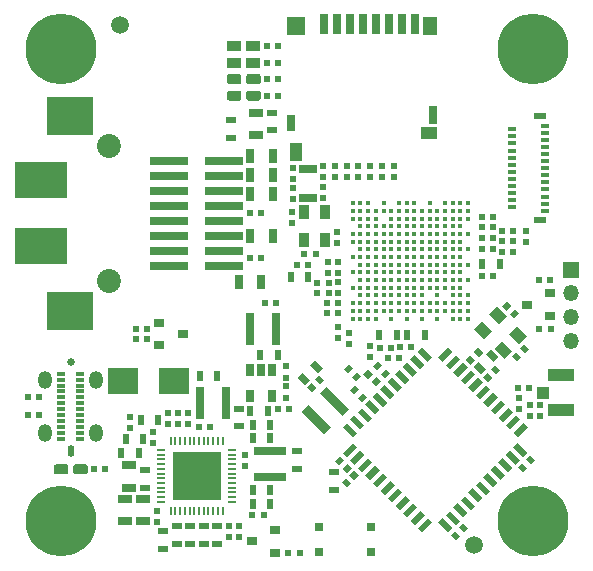
<source format=gts>
G04 #@! TF.GenerationSoftware,KiCad,Pcbnew,5.1.5+dfsg1-2build2*
G04 #@! TF.CreationDate,2021-10-11T18:01:35+02:00*
G04 #@! TF.ProjectId,OtterCam-s3,4f747465-7243-4616-9d2d-73332e6b6963,rev?*
G04 #@! TF.SameCoordinates,Original*
G04 #@! TF.FileFunction,Soldermask,Top*
G04 #@! TF.FilePolarity,Negative*
%FSLAX46Y46*%
G04 Gerber Fmt 4.6, Leading zero omitted, Abs format (unit mm)*
G04 Created by KiCad (PCBNEW 5.1.5+dfsg1-2build2) date 2021-10-11 18:01:35*
%MOMM*%
%LPD*%
G04 APERTURE LIST*
%ADD10R,3.200000X0.700000*%
%ADD11R,4.000000X3.300000*%
%ADD12C,2.030000*%
%ADD13R,4.500000X3.150000*%
%ADD14C,1.520000*%
%ADD15R,0.900000X0.600000*%
%ADD16R,2.200000X1.050000*%
%ADD17R,1.050000X1.000000*%
%ADD18C,0.100000*%
%ADD19C,0.401600*%
%ADD20R,0.500000X0.600000*%
%ADD21R,0.700000X1.300000*%
%ADD22O,1.200000X1.500000*%
%ADD23O,0.580000X1.000000*%
%ADD24C,0.660000*%
%ADD25R,0.800000X0.300000*%
%ADD26C,0.800000*%
%ADD27C,6.000000*%
%ADD28R,0.950000X1.200000*%
%ADD29R,1.500000X0.750000*%
%ADD30R,0.650000X1.060000*%
%ADD31R,0.200000X0.800000*%
%ADD32R,0.800000X0.200000*%
%ADD33R,4.050000X4.050000*%
%ADD34R,0.800000X0.650000*%
%ADD35R,0.600000X0.500000*%
%ADD36R,0.900000X0.800000*%
%ADD37R,0.800000X2.700000*%
%ADD38R,2.700000X0.800000*%
%ADD39R,0.650000X0.300000*%
%ADD40R,1.000000X0.500000*%
%ADD41R,1.000000X1.550000*%
%ADD42R,1.500000X1.500000*%
%ADD43R,0.700000X1.750000*%
%ADD44R,0.800000X1.400000*%
%ADD45R,1.450000X1.000000*%
%ADD46R,0.800000X1.500000*%
%ADD47R,1.300000X1.500000*%
%ADD48O,1.350000X1.350000*%
%ADD49R,1.350000X1.350000*%
%ADD50R,1.300000X0.700000*%
%ADD51R,2.500000X2.300000*%
%ADD52R,1.225000X0.850000*%
%ADD53R,0.600000X0.900000*%
G04 APERTURE END LIST*
D10*
X64150000Y-64455000D03*
X64150000Y-69535000D03*
X64150000Y-72075000D03*
X64150000Y-68265000D03*
X64150000Y-70805000D03*
X64150000Y-65725000D03*
X64150000Y-66995000D03*
X64150000Y-73345000D03*
D11*
X55740000Y-77155000D03*
X55740000Y-60645000D03*
D12*
X59120000Y-63185000D03*
X59120000Y-74615000D03*
D13*
X53300000Y-71725000D03*
X53300000Y-66075000D03*
D10*
X68850000Y-73345000D03*
X68850000Y-72075000D03*
X68850000Y-70805000D03*
X68850000Y-69535000D03*
X68850000Y-64455000D03*
X68850000Y-65725000D03*
X68850000Y-66995000D03*
X68850000Y-68265000D03*
D14*
X90000000Y-97000000D03*
X60000000Y-53000000D03*
D15*
X69400000Y-61050000D03*
X69400000Y-62550000D03*
D16*
X97375000Y-82625000D03*
D17*
X95850000Y-84100000D03*
D16*
X97375000Y-85575000D03*
D18*
G36*
X93239950Y-80555635D02*
G01*
X92568198Y-81227387D01*
X91719670Y-80378859D01*
X92391422Y-79707107D01*
X93239950Y-80555635D01*
G37*
G36*
X91542893Y-78858578D02*
G01*
X90871141Y-79530330D01*
X90022613Y-78681802D01*
X90694365Y-78010050D01*
X91542893Y-78858578D01*
G37*
G36*
X92780330Y-77621141D02*
G01*
X92108578Y-78292893D01*
X91260050Y-77444365D01*
X91931802Y-76772613D01*
X92780330Y-77621141D01*
G37*
G36*
X94477387Y-79318198D02*
G01*
X93805635Y-79989950D01*
X92957107Y-79141422D01*
X93628859Y-78469670D01*
X94477387Y-79318198D01*
G37*
G36*
X93532305Y-80643431D02*
G01*
X93956569Y-81067695D01*
X93603015Y-81421249D01*
X93178751Y-80996985D01*
X93532305Y-80643431D01*
G37*
G36*
X94196985Y-79978751D02*
G01*
X94621249Y-80403015D01*
X94267695Y-80756569D01*
X93843431Y-80332305D01*
X94196985Y-79978751D01*
G37*
G36*
X93106569Y-76732305D02*
G01*
X92682305Y-77156569D01*
X92328751Y-76803015D01*
X92753015Y-76378751D01*
X93106569Y-76732305D01*
G37*
G36*
X93771249Y-77396985D02*
G01*
X93346985Y-77821249D01*
X92993431Y-77467695D01*
X93417695Y-77043431D01*
X93771249Y-77396985D01*
G37*
D19*
X83625000Y-69375000D03*
X84275000Y-74575000D03*
X84275000Y-73275000D03*
X81675000Y-77175000D03*
X84275000Y-71325000D03*
X83625000Y-70025000D03*
X83625000Y-71975000D03*
X83625000Y-76525000D03*
X83625000Y-74575000D03*
X80375000Y-74575000D03*
X79725000Y-69375000D03*
X80375000Y-75225000D03*
X79725000Y-68075000D03*
X80375000Y-70025000D03*
X83625000Y-75875000D03*
X83625000Y-68725000D03*
X82325000Y-73925000D03*
X82975000Y-69375000D03*
X82325000Y-71325000D03*
X82975000Y-73925000D03*
X82325000Y-68725000D03*
X82325000Y-75875000D03*
X82325000Y-74575000D03*
X82325000Y-76525000D03*
X82325000Y-71975000D03*
X82325000Y-70025000D03*
X82975000Y-71325000D03*
X82975000Y-73275000D03*
X82975000Y-74575000D03*
X82325000Y-73275000D03*
X82975000Y-75225000D03*
X82325000Y-68075000D03*
X82975000Y-70025000D03*
X82975000Y-72625000D03*
X82325000Y-77175000D03*
X82975000Y-75875000D03*
X82975000Y-76525000D03*
X82325000Y-75225000D03*
X82975000Y-70675000D03*
X82325000Y-72625000D03*
X84275000Y-73925000D03*
X82975000Y-77175000D03*
X82975000Y-77825000D03*
X82975000Y-68725000D03*
X81675000Y-77825000D03*
X83625000Y-71325000D03*
X79725000Y-73925000D03*
X80375000Y-69375000D03*
X79725000Y-71325000D03*
X80375000Y-73925000D03*
X79725000Y-68725000D03*
X79725000Y-76525000D03*
X80375000Y-71325000D03*
X80375000Y-73275000D03*
X84275000Y-69375000D03*
X82975000Y-71975000D03*
X84275000Y-77825000D03*
X84275000Y-77175000D03*
X84275000Y-68075000D03*
X83625000Y-75225000D03*
X84275000Y-76525000D03*
X84275000Y-75875000D03*
X83625000Y-77175000D03*
X84275000Y-72625000D03*
X84275000Y-70025000D03*
X81025000Y-69375000D03*
X81675000Y-74575000D03*
X81675000Y-73275000D03*
X81675000Y-71325000D03*
X81025000Y-70025000D03*
X81025000Y-71975000D03*
X81025000Y-76525000D03*
X81025000Y-74575000D03*
X81025000Y-75875000D03*
X81025000Y-68725000D03*
X81025000Y-73925000D03*
X81675000Y-75225000D03*
X79725000Y-70675000D03*
X81675000Y-68725000D03*
X81675000Y-70675000D03*
X81675000Y-71975000D03*
X81025000Y-75225000D03*
X81675000Y-76525000D03*
X81675000Y-75875000D03*
X81025000Y-72625000D03*
X81025000Y-68075000D03*
X81025000Y-71325000D03*
X81675000Y-69375000D03*
X81025000Y-77825000D03*
X81025000Y-77175000D03*
X81025000Y-73275000D03*
X83625000Y-68075000D03*
X80375000Y-76525000D03*
X79725000Y-75225000D03*
X80375000Y-70675000D03*
X84275000Y-75225000D03*
X83625000Y-73925000D03*
X83625000Y-70675000D03*
X83625000Y-72625000D03*
X79725000Y-72625000D03*
X81675000Y-73925000D03*
X80375000Y-68075000D03*
X80375000Y-77175000D03*
X84275000Y-71975000D03*
X81025000Y-70675000D03*
X81675000Y-72625000D03*
X80375000Y-72625000D03*
X79725000Y-77175000D03*
X80375000Y-75875000D03*
X80375000Y-71975000D03*
X82325000Y-70675000D03*
X80375000Y-77825000D03*
X79725000Y-77825000D03*
X80375000Y-68725000D03*
X81675000Y-70025000D03*
X84275000Y-68725000D03*
X84275000Y-70675000D03*
X83625000Y-73275000D03*
X86225000Y-69375000D03*
X86875000Y-74575000D03*
X86875000Y-73275000D03*
X86875000Y-71325000D03*
X86225000Y-70025000D03*
X86225000Y-71975000D03*
X86225000Y-76525000D03*
X86225000Y-74575000D03*
X86225000Y-68725000D03*
X84925000Y-73925000D03*
X85575000Y-69375000D03*
X84925000Y-71325000D03*
X85575000Y-73925000D03*
X84925000Y-68725000D03*
X84925000Y-75875000D03*
X84925000Y-74575000D03*
X84925000Y-76525000D03*
X84925000Y-71975000D03*
X84925000Y-70025000D03*
X85575000Y-71325000D03*
X85575000Y-73275000D03*
X85575000Y-74575000D03*
X84925000Y-69375000D03*
X84925000Y-73275000D03*
X85575000Y-75225000D03*
X84925000Y-68075000D03*
X85575000Y-70025000D03*
X85575000Y-72625000D03*
X84925000Y-77175000D03*
X85575000Y-75875000D03*
X85575000Y-76525000D03*
X84925000Y-75225000D03*
X85575000Y-70675000D03*
X84925000Y-72625000D03*
X86875000Y-73925000D03*
X85575000Y-77175000D03*
X85575000Y-77825000D03*
X85575000Y-68725000D03*
X86225000Y-71325000D03*
X86875000Y-69375000D03*
X85575000Y-71975000D03*
X86875000Y-77825000D03*
X86875000Y-77175000D03*
X86225000Y-75225000D03*
X86875000Y-76525000D03*
X86875000Y-75875000D03*
X86225000Y-77175000D03*
X86875000Y-72625000D03*
X86875000Y-70025000D03*
X86225000Y-68075000D03*
X86875000Y-75225000D03*
X86225000Y-73925000D03*
X86225000Y-70675000D03*
X86225000Y-72625000D03*
X86875000Y-71975000D03*
X84925000Y-70675000D03*
X86875000Y-68725000D03*
X86875000Y-70675000D03*
X86225000Y-73275000D03*
X87525000Y-69375000D03*
X88175000Y-74575000D03*
X88175000Y-73275000D03*
X88175000Y-71325000D03*
X87525000Y-70025000D03*
X87525000Y-71975000D03*
X87525000Y-76525000D03*
X87525000Y-74575000D03*
X87525000Y-68725000D03*
X88175000Y-73925000D03*
X87525000Y-71325000D03*
X88175000Y-69375000D03*
X88175000Y-77825000D03*
X88175000Y-77175000D03*
X88175000Y-68075000D03*
X87525000Y-75225000D03*
X88175000Y-76525000D03*
X88175000Y-75875000D03*
X87525000Y-77175000D03*
X88175000Y-72625000D03*
X88175000Y-70025000D03*
X87525000Y-68075000D03*
X88175000Y-75225000D03*
X87525000Y-73925000D03*
X87525000Y-70675000D03*
X87525000Y-72625000D03*
X88175000Y-71975000D03*
X88175000Y-68725000D03*
X88175000Y-70675000D03*
X87525000Y-73275000D03*
X88825000Y-71325000D03*
X88825000Y-70025000D03*
X88825000Y-71975000D03*
X88825000Y-75875000D03*
X88825000Y-68725000D03*
X88825000Y-69375000D03*
X88825000Y-70675000D03*
X88825000Y-73925000D03*
X88825000Y-73275000D03*
X88825000Y-77825000D03*
X88825000Y-68075000D03*
X88825000Y-72625000D03*
X88825000Y-74575000D03*
X88825000Y-76525000D03*
X88825000Y-77175000D03*
X88825000Y-75225000D03*
X89475000Y-68075000D03*
X89475000Y-68725000D03*
X89475000Y-69375000D03*
X89475000Y-70675000D03*
X89475000Y-71975000D03*
X89475000Y-73275000D03*
X89475000Y-74575000D03*
X89475000Y-75875000D03*
X89475000Y-76525000D03*
X89475000Y-77175000D03*
X89475000Y-77825000D03*
D20*
X71970000Y-68900000D03*
X71030000Y-68900000D03*
X71970000Y-72700000D03*
X71030000Y-72700000D03*
D18*
G36*
X71733329Y-58526023D02*
G01*
X71753957Y-58529083D01*
X71774185Y-58534150D01*
X71793820Y-58541176D01*
X71812672Y-58550092D01*
X71830559Y-58560813D01*
X71847309Y-58573235D01*
X71862760Y-58587240D01*
X71876765Y-58602691D01*
X71889187Y-58619441D01*
X71899908Y-58637328D01*
X71908824Y-58656180D01*
X71915850Y-58675815D01*
X71920917Y-58696043D01*
X71923977Y-58716671D01*
X71925000Y-58737500D01*
X71925000Y-59162500D01*
X71923977Y-59183329D01*
X71920917Y-59203957D01*
X71915850Y-59224185D01*
X71908824Y-59243820D01*
X71899908Y-59262672D01*
X71889187Y-59280559D01*
X71876765Y-59297309D01*
X71862760Y-59312760D01*
X71847309Y-59326765D01*
X71830559Y-59339187D01*
X71812672Y-59349908D01*
X71793820Y-59358824D01*
X71774185Y-59365850D01*
X71753957Y-59370917D01*
X71733329Y-59373977D01*
X71712500Y-59375000D01*
X70912500Y-59375000D01*
X70891671Y-59373977D01*
X70871043Y-59370917D01*
X70850815Y-59365850D01*
X70831180Y-59358824D01*
X70812328Y-59349908D01*
X70794441Y-59339187D01*
X70777691Y-59326765D01*
X70762240Y-59312760D01*
X70748235Y-59297309D01*
X70735813Y-59280559D01*
X70725092Y-59262672D01*
X70716176Y-59243820D01*
X70709150Y-59224185D01*
X70704083Y-59203957D01*
X70701023Y-59183329D01*
X70700000Y-59162500D01*
X70700000Y-58737500D01*
X70701023Y-58716671D01*
X70704083Y-58696043D01*
X70709150Y-58675815D01*
X70716176Y-58656180D01*
X70725092Y-58637328D01*
X70735813Y-58619441D01*
X70748235Y-58602691D01*
X70762240Y-58587240D01*
X70777691Y-58573235D01*
X70794441Y-58560813D01*
X70812328Y-58550092D01*
X70831180Y-58541176D01*
X70850815Y-58534150D01*
X70871043Y-58529083D01*
X70891671Y-58526023D01*
X70912500Y-58525000D01*
X71712500Y-58525000D01*
X71733329Y-58526023D01*
G37*
G36*
X70108329Y-58526023D02*
G01*
X70128957Y-58529083D01*
X70149185Y-58534150D01*
X70168820Y-58541176D01*
X70187672Y-58550092D01*
X70205559Y-58560813D01*
X70222309Y-58573235D01*
X70237760Y-58587240D01*
X70251765Y-58602691D01*
X70264187Y-58619441D01*
X70274908Y-58637328D01*
X70283824Y-58656180D01*
X70290850Y-58675815D01*
X70295917Y-58696043D01*
X70298977Y-58716671D01*
X70300000Y-58737500D01*
X70300000Y-59162500D01*
X70298977Y-59183329D01*
X70295917Y-59203957D01*
X70290850Y-59224185D01*
X70283824Y-59243820D01*
X70274908Y-59262672D01*
X70264187Y-59280559D01*
X70251765Y-59297309D01*
X70237760Y-59312760D01*
X70222309Y-59326765D01*
X70205559Y-59339187D01*
X70187672Y-59349908D01*
X70168820Y-59358824D01*
X70149185Y-59365850D01*
X70128957Y-59370917D01*
X70108329Y-59373977D01*
X70087500Y-59375000D01*
X69287500Y-59375000D01*
X69266671Y-59373977D01*
X69246043Y-59370917D01*
X69225815Y-59365850D01*
X69206180Y-59358824D01*
X69187328Y-59349908D01*
X69169441Y-59339187D01*
X69152691Y-59326765D01*
X69137240Y-59312760D01*
X69123235Y-59297309D01*
X69110813Y-59280559D01*
X69100092Y-59262672D01*
X69091176Y-59243820D01*
X69084150Y-59224185D01*
X69079083Y-59203957D01*
X69076023Y-59183329D01*
X69075000Y-59162500D01*
X69075000Y-58737500D01*
X69076023Y-58716671D01*
X69079083Y-58696043D01*
X69084150Y-58675815D01*
X69091176Y-58656180D01*
X69100092Y-58637328D01*
X69110813Y-58619441D01*
X69123235Y-58602691D01*
X69137240Y-58587240D01*
X69152691Y-58573235D01*
X69169441Y-58560813D01*
X69187328Y-58550092D01*
X69206180Y-58541176D01*
X69225815Y-58534150D01*
X69246043Y-58529083D01*
X69266671Y-58526023D01*
X69287500Y-58525000D01*
X70087500Y-58525000D01*
X70108329Y-58526023D01*
G37*
G36*
X71733329Y-57126023D02*
G01*
X71753957Y-57129083D01*
X71774185Y-57134150D01*
X71793820Y-57141176D01*
X71812672Y-57150092D01*
X71830559Y-57160813D01*
X71847309Y-57173235D01*
X71862760Y-57187240D01*
X71876765Y-57202691D01*
X71889187Y-57219441D01*
X71899908Y-57237328D01*
X71908824Y-57256180D01*
X71915850Y-57275815D01*
X71920917Y-57296043D01*
X71923977Y-57316671D01*
X71925000Y-57337500D01*
X71925000Y-57762500D01*
X71923977Y-57783329D01*
X71920917Y-57803957D01*
X71915850Y-57824185D01*
X71908824Y-57843820D01*
X71899908Y-57862672D01*
X71889187Y-57880559D01*
X71876765Y-57897309D01*
X71862760Y-57912760D01*
X71847309Y-57926765D01*
X71830559Y-57939187D01*
X71812672Y-57949908D01*
X71793820Y-57958824D01*
X71774185Y-57965850D01*
X71753957Y-57970917D01*
X71733329Y-57973977D01*
X71712500Y-57975000D01*
X70912500Y-57975000D01*
X70891671Y-57973977D01*
X70871043Y-57970917D01*
X70850815Y-57965850D01*
X70831180Y-57958824D01*
X70812328Y-57949908D01*
X70794441Y-57939187D01*
X70777691Y-57926765D01*
X70762240Y-57912760D01*
X70748235Y-57897309D01*
X70735813Y-57880559D01*
X70725092Y-57862672D01*
X70716176Y-57843820D01*
X70709150Y-57824185D01*
X70704083Y-57803957D01*
X70701023Y-57783329D01*
X70700000Y-57762500D01*
X70700000Y-57337500D01*
X70701023Y-57316671D01*
X70704083Y-57296043D01*
X70709150Y-57275815D01*
X70716176Y-57256180D01*
X70725092Y-57237328D01*
X70735813Y-57219441D01*
X70748235Y-57202691D01*
X70762240Y-57187240D01*
X70777691Y-57173235D01*
X70794441Y-57160813D01*
X70812328Y-57150092D01*
X70831180Y-57141176D01*
X70850815Y-57134150D01*
X70871043Y-57129083D01*
X70891671Y-57126023D01*
X70912500Y-57125000D01*
X71712500Y-57125000D01*
X71733329Y-57126023D01*
G37*
G36*
X70108329Y-57126023D02*
G01*
X70128957Y-57129083D01*
X70149185Y-57134150D01*
X70168820Y-57141176D01*
X70187672Y-57150092D01*
X70205559Y-57160813D01*
X70222309Y-57173235D01*
X70237760Y-57187240D01*
X70251765Y-57202691D01*
X70264187Y-57219441D01*
X70274908Y-57237328D01*
X70283824Y-57256180D01*
X70290850Y-57275815D01*
X70295917Y-57296043D01*
X70298977Y-57316671D01*
X70300000Y-57337500D01*
X70300000Y-57762500D01*
X70298977Y-57783329D01*
X70295917Y-57803957D01*
X70290850Y-57824185D01*
X70283824Y-57843820D01*
X70274908Y-57862672D01*
X70264187Y-57880559D01*
X70251765Y-57897309D01*
X70237760Y-57912760D01*
X70222309Y-57926765D01*
X70205559Y-57939187D01*
X70187672Y-57949908D01*
X70168820Y-57958824D01*
X70149185Y-57965850D01*
X70128957Y-57970917D01*
X70108329Y-57973977D01*
X70087500Y-57975000D01*
X69287500Y-57975000D01*
X69266671Y-57973977D01*
X69246043Y-57970917D01*
X69225815Y-57965850D01*
X69206180Y-57958824D01*
X69187328Y-57949908D01*
X69169441Y-57939187D01*
X69152691Y-57926765D01*
X69137240Y-57912760D01*
X69123235Y-57897309D01*
X69110813Y-57880559D01*
X69100092Y-57862672D01*
X69091176Y-57843820D01*
X69084150Y-57824185D01*
X69079083Y-57803957D01*
X69076023Y-57783329D01*
X69075000Y-57762500D01*
X69075000Y-57337500D01*
X69076023Y-57316671D01*
X69079083Y-57296043D01*
X69084150Y-57275815D01*
X69091176Y-57256180D01*
X69100092Y-57237328D01*
X69110813Y-57219441D01*
X69123235Y-57202691D01*
X69137240Y-57187240D01*
X69152691Y-57173235D01*
X69169441Y-57160813D01*
X69187328Y-57150092D01*
X69206180Y-57141176D01*
X69225815Y-57134150D01*
X69246043Y-57129083D01*
X69266671Y-57126023D01*
X69287500Y-57125000D01*
X70087500Y-57125000D01*
X70108329Y-57126023D01*
G37*
D21*
X70050000Y-74700000D03*
X71950000Y-74700000D03*
X71050000Y-65700000D03*
X72950000Y-65700000D03*
X71050000Y-64100000D03*
X72950000Y-64100000D03*
X71050000Y-67300000D03*
X72950000Y-67300000D03*
X71050000Y-70800000D03*
X72950000Y-70800000D03*
D22*
X53700000Y-83000000D03*
X58000000Y-87500000D03*
X53700000Y-87500000D03*
D23*
X55850000Y-89000000D03*
D24*
X55850000Y-81500000D03*
D22*
X58000000Y-83000000D03*
D25*
X55050000Y-87000000D03*
X55050000Y-87500000D03*
X55050000Y-88000000D03*
X55050000Y-86500000D03*
X56650000Y-87000000D03*
X56650000Y-87500000D03*
X56650000Y-88000000D03*
X56650000Y-86500000D03*
X55050000Y-83000000D03*
X55050000Y-83500000D03*
X55050000Y-84000000D03*
X55050000Y-82500000D03*
X56650000Y-83000000D03*
X56650000Y-83500000D03*
X56650000Y-84000000D03*
X56650000Y-82500000D03*
X55050000Y-86000000D03*
X56650000Y-86000000D03*
X55050000Y-85500000D03*
X55050000Y-85000000D03*
X55050000Y-84500000D03*
X56650000Y-85500000D03*
X56650000Y-85000000D03*
X56650000Y-84500000D03*
D26*
X96590990Y-96590990D03*
X95000000Y-97250000D03*
X93409010Y-96590990D03*
X92750000Y-95000000D03*
X93409010Y-93409010D03*
X95000000Y-92750000D03*
X96590990Y-93409010D03*
X97250000Y-95000000D03*
D27*
X95000000Y-95000000D03*
D26*
X96590990Y-56590990D03*
X95000000Y-57250000D03*
X93409010Y-56590990D03*
X92750000Y-55000000D03*
X93409010Y-53409010D03*
X95000000Y-52750000D03*
X96590990Y-53409010D03*
X97250000Y-55000000D03*
D27*
X95000000Y-55000000D03*
D26*
X56590990Y-96590990D03*
X55000000Y-97250000D03*
X53409010Y-96590990D03*
X52750000Y-95000000D03*
X53409010Y-93409010D03*
X55000000Y-92750000D03*
X56590990Y-93409010D03*
X57250000Y-95000000D03*
D27*
X55000000Y-95000000D03*
D26*
X56590990Y-56590990D03*
X55000000Y-57250000D03*
X53409010Y-56590990D03*
X52750000Y-55000000D03*
X53409010Y-53409010D03*
X55000000Y-52750000D03*
X56590990Y-53409010D03*
X57250000Y-55000000D03*
D27*
X55000000Y-55000000D03*
D28*
X75625000Y-71200000D03*
X75625000Y-68800000D03*
X77375000Y-68800000D03*
X77375000Y-71200000D03*
D29*
X75900000Y-67600000D03*
X75900000Y-65200000D03*
D18*
G36*
X82687169Y-93024999D02*
G01*
X83535697Y-92176471D01*
X83896321Y-92537095D01*
X83047793Y-93385623D01*
X82687169Y-93024999D01*
G37*
G36*
X80777981Y-91115811D02*
G01*
X81626509Y-90267283D01*
X81987133Y-90627907D01*
X81138605Y-91476435D01*
X80777981Y-91115811D01*
G37*
G36*
X85232754Y-95570583D02*
G01*
X86081282Y-94722055D01*
X86441906Y-95082679D01*
X85593378Y-95931207D01*
X85232754Y-95570583D01*
G37*
G36*
X84596358Y-94934187D02*
G01*
X85444886Y-94085659D01*
X85805510Y-94446283D01*
X84956982Y-95294811D01*
X84596358Y-94934187D01*
G37*
G36*
X80141585Y-90479414D02*
G01*
X80990113Y-89630886D01*
X81350737Y-89991510D01*
X80502209Y-90840038D01*
X80141585Y-90479414D01*
G37*
G36*
X81414377Y-91752207D02*
G01*
X82262905Y-90903679D01*
X82623529Y-91264303D01*
X81775001Y-92112831D01*
X81414377Y-91752207D01*
G37*
G36*
X82050773Y-92388603D02*
G01*
X82899301Y-91540075D01*
X83259925Y-91900699D01*
X82411397Y-92749227D01*
X82050773Y-92388603D01*
G37*
G36*
X83323565Y-93661395D02*
G01*
X84172093Y-92812867D01*
X84532717Y-93173491D01*
X83684189Y-94022019D01*
X83323565Y-93661395D01*
G37*
G36*
X79505189Y-89843018D02*
G01*
X80353717Y-88994490D01*
X80714341Y-89355114D01*
X79865813Y-90203642D01*
X79505189Y-89843018D01*
G37*
G36*
X83959962Y-94297791D02*
G01*
X84808490Y-93449263D01*
X85169114Y-93809887D01*
X84320586Y-94658415D01*
X83959962Y-94297791D01*
G37*
G36*
X78868793Y-89206622D02*
G01*
X79717321Y-88358094D01*
X80077945Y-88718718D01*
X79229417Y-89567246D01*
X78868793Y-89206622D01*
G37*
G36*
X90776471Y-84935697D02*
G01*
X91624999Y-84087169D01*
X91985623Y-84447793D01*
X91137095Y-85296321D01*
X90776471Y-84935697D01*
G37*
G36*
X88867283Y-83026509D02*
G01*
X89715811Y-82177981D01*
X90076435Y-82538605D01*
X89227907Y-83387133D01*
X88867283Y-83026509D01*
G37*
G36*
X93322055Y-87481282D02*
G01*
X94170583Y-86632754D01*
X94531207Y-86993378D01*
X93682679Y-87841906D01*
X93322055Y-87481282D01*
G37*
G36*
X92685659Y-86844886D02*
G01*
X93534187Y-85996358D01*
X93894811Y-86356982D01*
X93046283Y-87205510D01*
X92685659Y-86844886D01*
G37*
G36*
X88230886Y-82390113D02*
G01*
X89079414Y-81541585D01*
X89440038Y-81902209D01*
X88591510Y-82750737D01*
X88230886Y-82390113D01*
G37*
G36*
X89503679Y-83662905D02*
G01*
X90352207Y-82814377D01*
X90712831Y-83175001D01*
X89864303Y-84023529D01*
X89503679Y-83662905D01*
G37*
G36*
X90140075Y-84299301D02*
G01*
X90988603Y-83450773D01*
X91349227Y-83811397D01*
X90500699Y-84659925D01*
X90140075Y-84299301D01*
G37*
G36*
X91412867Y-85572093D02*
G01*
X92261395Y-84723565D01*
X92622019Y-85084189D01*
X91773491Y-85932717D01*
X91412867Y-85572093D01*
G37*
G36*
X87594490Y-81753717D02*
G01*
X88443018Y-80905189D01*
X88803642Y-81265813D01*
X87955114Y-82114341D01*
X87594490Y-81753717D01*
G37*
G36*
X92049263Y-86208490D02*
G01*
X92897791Y-85359962D01*
X93258415Y-85720586D01*
X92409887Y-86569114D01*
X92049263Y-86208490D01*
G37*
G36*
X86958094Y-81117321D02*
G01*
X87806622Y-80268793D01*
X88167246Y-80629417D01*
X87318718Y-81477945D01*
X86958094Y-81117321D01*
G37*
G36*
X81775001Y-84087169D02*
G01*
X82623529Y-84935697D01*
X82262905Y-85296321D01*
X81414377Y-84447793D01*
X81775001Y-84087169D01*
G37*
G36*
X83684189Y-82177981D02*
G01*
X84532717Y-83026509D01*
X84172093Y-83387133D01*
X83323565Y-82538605D01*
X83684189Y-82177981D01*
G37*
G36*
X79229417Y-86632754D02*
G01*
X80077945Y-87481282D01*
X79717321Y-87841906D01*
X78868793Y-86993378D01*
X79229417Y-86632754D01*
G37*
G36*
X79865813Y-85996358D02*
G01*
X80714341Y-86844886D01*
X80353717Y-87205510D01*
X79505189Y-86356982D01*
X79865813Y-85996358D01*
G37*
G36*
X84320586Y-81541585D02*
G01*
X85169114Y-82390113D01*
X84808490Y-82750737D01*
X83959962Y-81902209D01*
X84320586Y-81541585D01*
G37*
G36*
X83047793Y-82814377D02*
G01*
X83896321Y-83662905D01*
X83535697Y-84023529D01*
X82687169Y-83175001D01*
X83047793Y-82814377D01*
G37*
G36*
X82411397Y-83450773D02*
G01*
X83259925Y-84299301D01*
X82899301Y-84659925D01*
X82050773Y-83811397D01*
X82411397Y-83450773D01*
G37*
G36*
X81138605Y-84723565D02*
G01*
X81987133Y-85572093D01*
X81626509Y-85932717D01*
X80777981Y-85084189D01*
X81138605Y-84723565D01*
G37*
G36*
X84956982Y-80905189D02*
G01*
X85805510Y-81753717D01*
X85444886Y-82114341D01*
X84596358Y-81265813D01*
X84956982Y-80905189D01*
G37*
G36*
X80502209Y-85359962D02*
G01*
X81350737Y-86208490D01*
X80990113Y-86569114D01*
X80141585Y-85720586D01*
X80502209Y-85359962D01*
G37*
G36*
X85593378Y-80268793D02*
G01*
X86441906Y-81117321D01*
X86081282Y-81477945D01*
X85232754Y-80629417D01*
X85593378Y-80268793D01*
G37*
G36*
X87955114Y-94085659D02*
G01*
X88803642Y-94934187D01*
X88443018Y-95294811D01*
X87594490Y-94446283D01*
X87955114Y-94085659D01*
G37*
G36*
X88591510Y-93449263D02*
G01*
X89440038Y-94297791D01*
X89079414Y-94658415D01*
X88230886Y-93809887D01*
X88591510Y-93449263D01*
G37*
G36*
X89227907Y-92812867D02*
G01*
X90076435Y-93661395D01*
X89715811Y-94022019D01*
X88867283Y-93173491D01*
X89227907Y-92812867D01*
G37*
G36*
X89864303Y-92176471D02*
G01*
X90712831Y-93024999D01*
X90352207Y-93385623D01*
X89503679Y-92537095D01*
X89864303Y-92176471D01*
G37*
G36*
X90500699Y-91540075D02*
G01*
X91349227Y-92388603D01*
X90988603Y-92749227D01*
X90140075Y-91900699D01*
X90500699Y-91540075D01*
G37*
G36*
X91137095Y-90903679D02*
G01*
X91985623Y-91752207D01*
X91624999Y-92112831D01*
X90776471Y-91264303D01*
X91137095Y-90903679D01*
G37*
G36*
X91773491Y-90267283D02*
G01*
X92622019Y-91115811D01*
X92261395Y-91476435D01*
X91412867Y-90627907D01*
X91773491Y-90267283D01*
G37*
G36*
X92409887Y-89630886D02*
G01*
X93258415Y-90479414D01*
X92897791Y-90840038D01*
X92049263Y-89991510D01*
X92409887Y-89630886D01*
G37*
G36*
X93046283Y-88994490D02*
G01*
X93894811Y-89843018D01*
X93534187Y-90203642D01*
X92685659Y-89355114D01*
X93046283Y-88994490D01*
G37*
G36*
X87318718Y-94722055D02*
G01*
X88167246Y-95570583D01*
X87806622Y-95931207D01*
X86958094Y-95082679D01*
X87318718Y-94722055D01*
G37*
G36*
X93682679Y-88358094D02*
G01*
X94531207Y-89206622D01*
X94170583Y-89567246D01*
X93322055Y-88718718D01*
X93682679Y-88358094D01*
G37*
D30*
X72900000Y-84400000D03*
X71000000Y-84400000D03*
X71000000Y-82200000D03*
X71950000Y-82200000D03*
X72900000Y-82200000D03*
D31*
X68700000Y-94125000D03*
X68300000Y-94125000D03*
X67900000Y-94125000D03*
X67500000Y-94125000D03*
X67100000Y-94125000D03*
X66700000Y-94125000D03*
X66300000Y-94125000D03*
X65900000Y-94125000D03*
X65500000Y-94125000D03*
X65100000Y-94125000D03*
X64700000Y-94125000D03*
X64300000Y-94125000D03*
D32*
X63525000Y-93350000D03*
X63525000Y-92950000D03*
X63525000Y-92550000D03*
X63525000Y-92150000D03*
X63525000Y-91750000D03*
X63525000Y-91350000D03*
X63525000Y-90950000D03*
X63525000Y-90550000D03*
X63525000Y-90150000D03*
X63525000Y-89750000D03*
X63525000Y-89350000D03*
X63525000Y-88950000D03*
D31*
X64300000Y-88175000D03*
X64700000Y-88175000D03*
X65100000Y-88175000D03*
X65500000Y-88175000D03*
X65900000Y-88175000D03*
X66300000Y-88175000D03*
X66700000Y-88175000D03*
X67100000Y-88175000D03*
X67500000Y-88175000D03*
X67900000Y-88175000D03*
X68300000Y-88175000D03*
X68700000Y-88175000D03*
D32*
X69475000Y-88950000D03*
X69475000Y-89350000D03*
X69475000Y-89750000D03*
X69475000Y-90150000D03*
X69475000Y-90550000D03*
X69475000Y-90950000D03*
X69475000Y-91350000D03*
X69475000Y-91750000D03*
X69475000Y-92150000D03*
X69475000Y-92550000D03*
X69475000Y-92950000D03*
X69475000Y-93350000D03*
D33*
X66500000Y-91150000D03*
D34*
X81250000Y-97625000D03*
X76850000Y-97625000D03*
X81250000Y-95475000D03*
X76850000Y-95475000D03*
D20*
X73370000Y-58950000D03*
X72430000Y-58950000D03*
X73370000Y-57550000D03*
X72430000Y-57550000D03*
D35*
X77600000Y-73030000D03*
X77600000Y-73970000D03*
X78400000Y-71470000D03*
X78400000Y-70530000D03*
X77172792Y-67620000D03*
X77172792Y-66680000D03*
D20*
X91570000Y-70100000D03*
X90630000Y-70100000D03*
X91570000Y-69200000D03*
X90630000Y-69200000D03*
D35*
X78500000Y-79470000D03*
X78500000Y-78530000D03*
D20*
X91570000Y-71900000D03*
X90630000Y-71900000D03*
X92330000Y-72200000D03*
X93270000Y-72200000D03*
X77530000Y-77400000D03*
X78470000Y-77400000D03*
D18*
G36*
X79867695Y-91456569D02*
G01*
X79443431Y-91032305D01*
X79796985Y-90678751D01*
X80221249Y-91103015D01*
X79867695Y-91456569D01*
G37*
G36*
X79203015Y-92121249D02*
G01*
X78778751Y-91696985D01*
X79132305Y-91343431D01*
X79556569Y-91767695D01*
X79203015Y-92121249D01*
G37*
G36*
X91132305Y-82443431D02*
G01*
X91556569Y-82867695D01*
X91203015Y-83221249D01*
X90778751Y-82796985D01*
X91132305Y-82443431D01*
G37*
G36*
X91796985Y-81778751D02*
G01*
X92221249Y-82203015D01*
X91867695Y-82556569D01*
X91443431Y-82132305D01*
X91796985Y-81778751D01*
G37*
G36*
X94082305Y-90043431D02*
G01*
X94506569Y-90467695D01*
X94153015Y-90821249D01*
X93728751Y-90396985D01*
X94082305Y-90043431D01*
G37*
G36*
X94746985Y-89378751D02*
G01*
X95171249Y-89803015D01*
X94817695Y-90156569D01*
X94393431Y-89732305D01*
X94746985Y-89378751D01*
G37*
G36*
X81293431Y-83217695D02*
G01*
X81717695Y-82793431D01*
X82071249Y-83146985D01*
X81646985Y-83571249D01*
X81293431Y-83217695D01*
G37*
G36*
X80628751Y-82553015D02*
G01*
X81053015Y-82128751D01*
X81406569Y-82482305D01*
X80982305Y-82906569D01*
X80628751Y-82553015D01*
G37*
D20*
X82970000Y-80300000D03*
X82030000Y-80300000D03*
D18*
G36*
X82093431Y-82517695D02*
G01*
X82517695Y-82093431D01*
X82871249Y-82446985D01*
X82446985Y-82871249D01*
X82093431Y-82517695D01*
G37*
G36*
X81428751Y-81853015D02*
G01*
X81853015Y-81428751D01*
X82206569Y-81782305D01*
X81782305Y-82206569D01*
X81428751Y-81853015D01*
G37*
G36*
X79643431Y-82767695D02*
G01*
X80067695Y-82343431D01*
X80421249Y-82696985D01*
X79996985Y-83121249D01*
X79643431Y-82767695D01*
G37*
G36*
X78978751Y-82103015D02*
G01*
X79403015Y-81678751D01*
X79756569Y-82032305D01*
X79332305Y-82456569D01*
X78978751Y-82103015D01*
G37*
G36*
X80143431Y-84567695D02*
G01*
X80567695Y-84143431D01*
X80921249Y-84496985D01*
X80496985Y-84921249D01*
X80143431Y-84567695D01*
G37*
G36*
X79478751Y-83903015D02*
G01*
X79903015Y-83478751D01*
X80256569Y-83832305D01*
X79832305Y-84256569D01*
X79478751Y-83903015D01*
G37*
D20*
X83670000Y-81200000D03*
X82730000Y-81200000D03*
D35*
X81200000Y-81070000D03*
X81200000Y-80130000D03*
X79400000Y-79080000D03*
X79400000Y-80020000D03*
X78500000Y-73970000D03*
X78500000Y-73030000D03*
D20*
X73380000Y-85500000D03*
X74320000Y-85500000D03*
D35*
X74050000Y-84520000D03*
X74050000Y-83580000D03*
X74050000Y-82820000D03*
X74050000Y-81880000D03*
X62850000Y-87410000D03*
X62850000Y-88350000D03*
D20*
X52230000Y-86000000D03*
X53170000Y-86000000D03*
X52230000Y-84500000D03*
X53170000Y-84500000D03*
X62270000Y-78750000D03*
X61330000Y-78750000D03*
X62270000Y-79600000D03*
X61330000Y-79600000D03*
X58770000Y-90600000D03*
X57830000Y-90600000D03*
D35*
X70100000Y-96320000D03*
X70100000Y-95380000D03*
D20*
X72170000Y-94500000D03*
X71230000Y-94500000D03*
X75220000Y-97650000D03*
X74280000Y-97650000D03*
D35*
X64100000Y-85830000D03*
X64100000Y-86770000D03*
X63150000Y-95070000D03*
X63150000Y-94130000D03*
D20*
X72430000Y-56150000D03*
X73370000Y-56150000D03*
X72430000Y-54750000D03*
X73370000Y-54750000D03*
D35*
X77200000Y-65870000D03*
X77200000Y-64930000D03*
X78200000Y-65870000D03*
X78200000Y-64930000D03*
X79200000Y-65870000D03*
X79200000Y-64930000D03*
X80200000Y-65870000D03*
X80200000Y-64930000D03*
X81200000Y-65870000D03*
X81200000Y-64930000D03*
X82200000Y-65870000D03*
X82200000Y-64930000D03*
X83200000Y-65870000D03*
X83200000Y-64930000D03*
X94400000Y-70380000D03*
X94400000Y-71320000D03*
D20*
X95530000Y-78750000D03*
X96470000Y-78750000D03*
X95480000Y-74550000D03*
X96420000Y-74550000D03*
D18*
G36*
X88382305Y-95793431D02*
G01*
X88806569Y-96217695D01*
X88453015Y-96571249D01*
X88028751Y-96146985D01*
X88382305Y-95793431D01*
G37*
G36*
X89046985Y-95128751D02*
G01*
X89471249Y-95553015D01*
X89117695Y-95906569D01*
X88693431Y-95482305D01*
X89046985Y-95128751D01*
G37*
D36*
X71150000Y-96700000D03*
X73150000Y-95750000D03*
X73150000Y-97650000D03*
D18*
G36*
X78849568Y-86059620D02*
G01*
X76940380Y-84150432D01*
X77506066Y-83584746D01*
X79415254Y-85493934D01*
X78849568Y-86059620D01*
G37*
G36*
X77293934Y-87615254D02*
G01*
X75384746Y-85706066D01*
X75950432Y-85140380D01*
X77859620Y-87049568D01*
X77293934Y-87615254D01*
G37*
D20*
X93730000Y-83700000D03*
X94670000Y-83700000D03*
D37*
X73200000Y-78700000D03*
X71000000Y-78700000D03*
X66750000Y-84950000D03*
X68950000Y-84950000D03*
D38*
X72700000Y-89050000D03*
X72700000Y-91250000D03*
D39*
X96000000Y-65700000D03*
X96000000Y-65100000D03*
X96000000Y-66300000D03*
X96000000Y-66900000D03*
X96000000Y-67500000D03*
X96000000Y-68100000D03*
X96000000Y-68700000D03*
X96000000Y-61500000D03*
X96000000Y-62100000D03*
X96000000Y-63300000D03*
X96000000Y-64500000D03*
X96000000Y-63900000D03*
X96000000Y-62700000D03*
X93200000Y-64800000D03*
X93200000Y-64200000D03*
X93200000Y-65400000D03*
X93200000Y-67200000D03*
X93200000Y-63000000D03*
X93200000Y-67800000D03*
X93200000Y-66600000D03*
X93200000Y-68400000D03*
X93200000Y-61800000D03*
X93200000Y-66000000D03*
X93200000Y-62400000D03*
X93200000Y-63600000D03*
D40*
X95600000Y-60700000D03*
X95600000Y-69500000D03*
D41*
X74925000Y-63700000D03*
D42*
X74875000Y-53025000D03*
D43*
X77325000Y-52900000D03*
X78425000Y-52900000D03*
X79525000Y-52900000D03*
X80625000Y-52900000D03*
X81725000Y-52900000D03*
X82825000Y-52900000D03*
X83925000Y-52900000D03*
D44*
X74525000Y-61275000D03*
D45*
X86150000Y-62125000D03*
D46*
X86475000Y-60625000D03*
D47*
X86225000Y-53025000D03*
D43*
X85025000Y-52900000D03*
D48*
X98200000Y-79700000D03*
X98200000Y-77700000D03*
X98200000Y-75700000D03*
D49*
X98200000Y-73700000D03*
D50*
X71550000Y-60400000D03*
X71550000Y-62300000D03*
D36*
X65350000Y-79150000D03*
X63350000Y-80100000D03*
X63350000Y-78200000D03*
D18*
G36*
X57083329Y-90176023D02*
G01*
X57103957Y-90179083D01*
X57124185Y-90184150D01*
X57143820Y-90191176D01*
X57162672Y-90200092D01*
X57180559Y-90210813D01*
X57197309Y-90223235D01*
X57212760Y-90237240D01*
X57226765Y-90252691D01*
X57239187Y-90269441D01*
X57249908Y-90287328D01*
X57258824Y-90306180D01*
X57265850Y-90325815D01*
X57270917Y-90346043D01*
X57273977Y-90366671D01*
X57275000Y-90387500D01*
X57275000Y-90812500D01*
X57273977Y-90833329D01*
X57270917Y-90853957D01*
X57265850Y-90874185D01*
X57258824Y-90893820D01*
X57249908Y-90912672D01*
X57239187Y-90930559D01*
X57226765Y-90947309D01*
X57212760Y-90962760D01*
X57197309Y-90976765D01*
X57180559Y-90989187D01*
X57162672Y-90999908D01*
X57143820Y-91008824D01*
X57124185Y-91015850D01*
X57103957Y-91020917D01*
X57083329Y-91023977D01*
X57062500Y-91025000D01*
X56262500Y-91025000D01*
X56241671Y-91023977D01*
X56221043Y-91020917D01*
X56200815Y-91015850D01*
X56181180Y-91008824D01*
X56162328Y-90999908D01*
X56144441Y-90989187D01*
X56127691Y-90976765D01*
X56112240Y-90962760D01*
X56098235Y-90947309D01*
X56085813Y-90930559D01*
X56075092Y-90912672D01*
X56066176Y-90893820D01*
X56059150Y-90874185D01*
X56054083Y-90853957D01*
X56051023Y-90833329D01*
X56050000Y-90812500D01*
X56050000Y-90387500D01*
X56051023Y-90366671D01*
X56054083Y-90346043D01*
X56059150Y-90325815D01*
X56066176Y-90306180D01*
X56075092Y-90287328D01*
X56085813Y-90269441D01*
X56098235Y-90252691D01*
X56112240Y-90237240D01*
X56127691Y-90223235D01*
X56144441Y-90210813D01*
X56162328Y-90200092D01*
X56181180Y-90191176D01*
X56200815Y-90184150D01*
X56221043Y-90179083D01*
X56241671Y-90176023D01*
X56262500Y-90175000D01*
X57062500Y-90175000D01*
X57083329Y-90176023D01*
G37*
G36*
X55458329Y-90176023D02*
G01*
X55478957Y-90179083D01*
X55499185Y-90184150D01*
X55518820Y-90191176D01*
X55537672Y-90200092D01*
X55555559Y-90210813D01*
X55572309Y-90223235D01*
X55587760Y-90237240D01*
X55601765Y-90252691D01*
X55614187Y-90269441D01*
X55624908Y-90287328D01*
X55633824Y-90306180D01*
X55640850Y-90325815D01*
X55645917Y-90346043D01*
X55648977Y-90366671D01*
X55650000Y-90387500D01*
X55650000Y-90812500D01*
X55648977Y-90833329D01*
X55645917Y-90853957D01*
X55640850Y-90874185D01*
X55633824Y-90893820D01*
X55624908Y-90912672D01*
X55614187Y-90930559D01*
X55601765Y-90947309D01*
X55587760Y-90962760D01*
X55572309Y-90976765D01*
X55555559Y-90989187D01*
X55537672Y-90999908D01*
X55518820Y-91008824D01*
X55499185Y-91015850D01*
X55478957Y-91020917D01*
X55458329Y-91023977D01*
X55437500Y-91025000D01*
X54637500Y-91025000D01*
X54616671Y-91023977D01*
X54596043Y-91020917D01*
X54575815Y-91015850D01*
X54556180Y-91008824D01*
X54537328Y-90999908D01*
X54519441Y-90989187D01*
X54502691Y-90976765D01*
X54487240Y-90962760D01*
X54473235Y-90947309D01*
X54460813Y-90930559D01*
X54450092Y-90912672D01*
X54441176Y-90893820D01*
X54434150Y-90874185D01*
X54429083Y-90853957D01*
X54426023Y-90833329D01*
X54425000Y-90812500D01*
X54425000Y-90387500D01*
X54426023Y-90366671D01*
X54429083Y-90346043D01*
X54434150Y-90325815D01*
X54441176Y-90306180D01*
X54450092Y-90287328D01*
X54460813Y-90269441D01*
X54473235Y-90252691D01*
X54487240Y-90237240D01*
X54502691Y-90223235D01*
X54519441Y-90210813D01*
X54537328Y-90200092D01*
X54556180Y-90191176D01*
X54575815Y-90184150D01*
X54596043Y-90179083D01*
X54616671Y-90176023D01*
X54637500Y-90175000D01*
X55437500Y-90175000D01*
X55458329Y-90176023D01*
G37*
D51*
X64550000Y-83150000D03*
X60250000Y-83150000D03*
D52*
X71312500Y-56150000D03*
X69687500Y-56150000D03*
X71312500Y-54750000D03*
X69687500Y-54750000D03*
D36*
X94450000Y-76650000D03*
X96450000Y-75700000D03*
X96450000Y-77600000D03*
D20*
X76730000Y-74800000D03*
X77670000Y-74800000D03*
X75030000Y-73300000D03*
X75970000Y-73300000D03*
D35*
X74627208Y-66021472D03*
X74627208Y-65081472D03*
X74627208Y-66778528D03*
X74627208Y-67718528D03*
X74550000Y-69720000D03*
X74550000Y-68780000D03*
D20*
X75630000Y-72350000D03*
X76570000Y-72350000D03*
D53*
X74450000Y-74300000D03*
X75950000Y-74300000D03*
D35*
X78500000Y-75670000D03*
X78500000Y-74730000D03*
D20*
X92330000Y-70450000D03*
X93270000Y-70450000D03*
X76730000Y-75650000D03*
X77670000Y-75650000D03*
X91570000Y-71000000D03*
X90630000Y-71000000D03*
X92330000Y-71300000D03*
X93270000Y-71300000D03*
X77530000Y-76500000D03*
X78470000Y-76500000D03*
D53*
X83450000Y-79200000D03*
X81950000Y-79200000D03*
D18*
G36*
X78843431Y-90567695D02*
G01*
X79267695Y-90143431D01*
X79621249Y-90496985D01*
X79196985Y-90921249D01*
X78843431Y-90567695D01*
G37*
G36*
X78178751Y-89903015D02*
G01*
X78603015Y-89478751D01*
X78956569Y-89832305D01*
X78532305Y-90256569D01*
X78178751Y-89903015D01*
G37*
G36*
X76967695Y-83356569D02*
G01*
X76543431Y-82932305D01*
X76896985Y-82578751D01*
X77321249Y-83003015D01*
X76967695Y-83356569D01*
G37*
G36*
X76303015Y-84021249D02*
G01*
X75878751Y-83596985D01*
X76232305Y-83243431D01*
X76656569Y-83667695D01*
X76303015Y-84021249D01*
G37*
D15*
X78100000Y-92350000D03*
X78100000Y-90850000D03*
D18*
G36*
X76736396Y-82400000D02*
G01*
X76100000Y-81763604D01*
X76524264Y-81339340D01*
X77160660Y-81975736D01*
X76736396Y-82400000D01*
G37*
G36*
X75675736Y-83460660D02*
G01*
X75039340Y-82824264D01*
X75463604Y-82400000D01*
X76100000Y-83036396D01*
X75675736Y-83460660D01*
G37*
G36*
X90367695Y-81056569D02*
G01*
X89943431Y-80632305D01*
X90296985Y-80278751D01*
X90721249Y-80703015D01*
X90367695Y-81056569D01*
G37*
G36*
X89703015Y-81721249D02*
G01*
X89278751Y-81296985D01*
X89632305Y-80943431D01*
X90056569Y-81367695D01*
X89703015Y-81721249D01*
G37*
G36*
X91636396Y-81500000D02*
G01*
X91000000Y-80863604D01*
X91424264Y-80439340D01*
X92060660Y-81075736D01*
X91636396Y-81500000D01*
G37*
G36*
X90575736Y-82560660D02*
G01*
X89939340Y-81924264D01*
X90363604Y-81500000D01*
X91000000Y-82136396D01*
X90575736Y-82560660D01*
G37*
D35*
X93800000Y-85470000D03*
X93800000Y-84530000D03*
X94700000Y-85130000D03*
X94700000Y-86070000D03*
X95550000Y-85130000D03*
X95550000Y-86070000D03*
D53*
X92150000Y-73200000D03*
X90650000Y-73200000D03*
X85850000Y-79200000D03*
X84350000Y-79200000D03*
X71850000Y-80950000D03*
X73350000Y-80950000D03*
D20*
X84670000Y-80200000D03*
X83730000Y-80200000D03*
X91570000Y-74200000D03*
X90630000Y-74200000D03*
X72280000Y-76550000D03*
X73220000Y-76550000D03*
D53*
X72550000Y-85650000D03*
X71050000Y-85650000D03*
X72750000Y-87950000D03*
X71250000Y-87950000D03*
D15*
X64800000Y-96900000D03*
X64800000Y-95400000D03*
X65950000Y-96900000D03*
X65950000Y-95400000D03*
D53*
X72750000Y-86800000D03*
X71250000Y-86800000D03*
X60500000Y-88050000D03*
X62000000Y-88050000D03*
D15*
X70050000Y-85450000D03*
X70050000Y-86950000D03*
D53*
X68250000Y-82700000D03*
X66750000Y-82700000D03*
D15*
X75000000Y-90550000D03*
X75000000Y-89050000D03*
D53*
X72750000Y-92350000D03*
X71250000Y-92350000D03*
D15*
X67100000Y-96900000D03*
X67100000Y-95400000D03*
D35*
X60900000Y-86180000D03*
X60900000Y-87120000D03*
D20*
X67670000Y-87050000D03*
X66730000Y-87050000D03*
D35*
X70600000Y-90320000D03*
X70600000Y-89380000D03*
D53*
X72750000Y-93500000D03*
X71250000Y-93500000D03*
D15*
X68250000Y-96900000D03*
X68250000Y-95400000D03*
X63650000Y-97350000D03*
X63650000Y-95850000D03*
X62150000Y-90650000D03*
X62150000Y-92150000D03*
D50*
X60800000Y-90250000D03*
X60800000Y-92150000D03*
X60400000Y-95000000D03*
X60400000Y-93100000D03*
D35*
X69250000Y-96320000D03*
X69250000Y-95380000D03*
D53*
X63250000Y-86450000D03*
X61750000Y-86450000D03*
D35*
X64950000Y-85830000D03*
X64950000Y-86770000D03*
X65800000Y-85830000D03*
X65800000Y-86770000D03*
D53*
X60100000Y-89200000D03*
X61600000Y-89200000D03*
D50*
X61950000Y-95000000D03*
X61950000Y-93100000D03*
D15*
X72900000Y-61900000D03*
X72900000Y-60400000D03*
M02*

</source>
